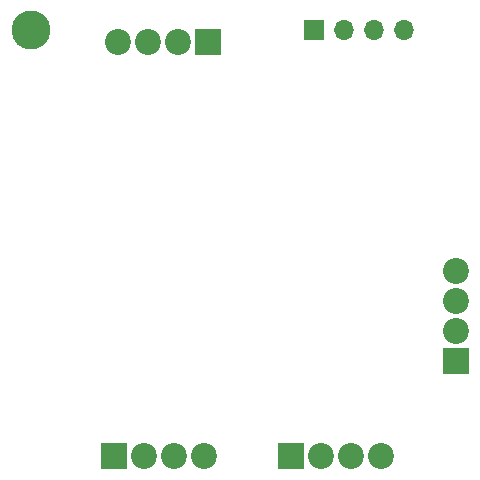
<source format=gbr>
%TF.GenerationSoftware,KiCad,Pcbnew,(5.1.8-0-10_14)*%
%TF.CreationDate,2020-12-02T22:30:47-05:00*%
%TF.ProjectId,Bartender Bot PCB,42617274-656e-4646-9572-20426f742050,rev?*%
%TF.SameCoordinates,Original*%
%TF.FileFunction,Copper,L2,Bot*%
%TF.FilePolarity,Positive*%
%FSLAX46Y46*%
G04 Gerber Fmt 4.6, Leading zero omitted, Abs format (unit mm)*
G04 Created by KiCad (PCBNEW (5.1.8-0-10_14)) date 2020-12-02 22:30:47*
%MOMM*%
%LPD*%
G01*
G04 APERTURE LIST*
%TA.AperFunction,ComponentPad*%
%ADD10C,2.200000*%
%TD*%
%TA.AperFunction,ComponentPad*%
%ADD11R,2.200000X2.200000*%
%TD*%
%TA.AperFunction,WasherPad*%
%ADD12C,3.302000*%
%TD*%
%TA.AperFunction,ComponentPad*%
%ADD13R,1.700000X1.700000*%
%TD*%
%TA.AperFunction,ComponentPad*%
%ADD14O,1.700000X1.700000*%
%TD*%
G04 APERTURE END LIST*
D10*
%TO.P,J6,4*%
%TO.N,/SCK*%
X110380000Y-44000000D03*
%TO.P,J6,3*%
%TO.N,/SDA*%
X112920000Y-44000000D03*
%TO.P,J6,2*%
%TO.N,/StepB*%
X115460000Y-44000000D03*
D11*
%TO.P,J6,1*%
%TO.N,/StepA*%
X118000000Y-44000000D03*
%TD*%
D10*
%TO.P,J5,4*%
%TO.N,/Pump8*%
X132620000Y-79000000D03*
%TO.P,J5,3*%
%TO.N,/Pump7*%
X130080000Y-79000000D03*
%TO.P,J5,2*%
%TO.N,/Pump6*%
X127540000Y-79000000D03*
D11*
%TO.P,J5,1*%
%TO.N,/Pump5*%
X125000000Y-79000000D03*
%TD*%
D10*
%TO.P,J4,4*%
%TO.N,/Pump4*%
X117620000Y-79000000D03*
%TO.P,J4,3*%
%TO.N,/Pump3*%
X115080000Y-79000000D03*
%TO.P,J4,2*%
%TO.N,/Pump2*%
X112540000Y-79000000D03*
D11*
%TO.P,J4,1*%
%TO.N,/Pump1*%
X110000000Y-79000000D03*
%TD*%
D10*
%TO.P,J3,4*%
%TO.N,+12V*%
X139000000Y-63380000D03*
%TO.P,J3,3*%
%TO.N,GND*%
X139000000Y-65920000D03*
%TO.P,J3,2*%
X139000000Y-68460000D03*
D11*
%TO.P,J3,1*%
%TO.N,+5V*%
X139000000Y-71000000D03*
%TD*%
D12*
%TO.P,,*%
%TO.N,*%
X103000000Y-43000000D03*
%TD*%
D13*
%TO.P,J1,1*%
%TO.N,+5V*%
X127000000Y-43000000D03*
D14*
%TO.P,J1,2*%
%TO.N,GND*%
X129540000Y-43000000D03*
%TO.P,J1,3*%
%TO.N,+12V*%
X132080000Y-43000000D03*
%TO.P,J1,4*%
%TO.N,Net-(J1-Pad4)*%
X134620000Y-43000000D03*
%TD*%
M02*

</source>
